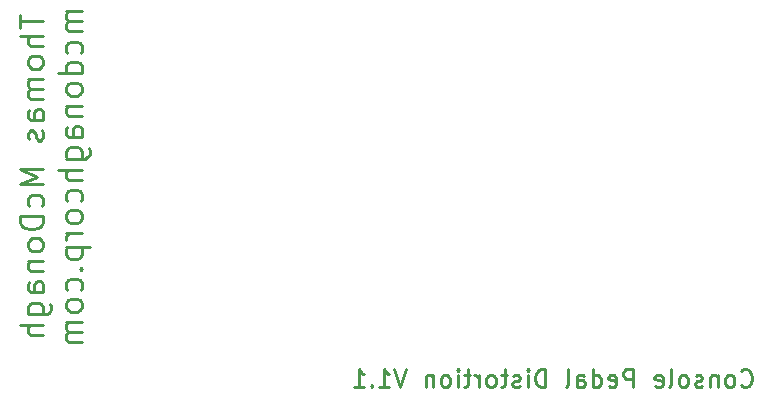
<source format=gbr>
G04 #@! TF.GenerationSoftware,KiCad,Pcbnew,(5.1.7)-1*
G04 #@! TF.CreationDate,2021-02-06T11:06:05-06:00*
G04 #@! TF.ProjectId,ConsolePedalDistortion,436f6e73-6f6c-4655-9065-64616c446973,rev?*
G04 #@! TF.SameCoordinates,Original*
G04 #@! TF.FileFunction,Legend,Bot*
G04 #@! TF.FilePolarity,Positive*
%FSLAX46Y46*%
G04 Gerber Fmt 4.6, Leading zero omitted, Abs format (unit mm)*
G04 Created by KiCad (PCBNEW (5.1.7)-1) date 2021-02-06 11:06:05*
%MOMM*%
%LPD*%
G01*
G04 APERTURE LIST*
%ADD10C,0.250000*%
G04 APERTURE END LIST*
D10*
X148008571Y-121820714D02*
X148080000Y-121892142D01*
X148294285Y-121963571D01*
X148437142Y-121963571D01*
X148651428Y-121892142D01*
X148794285Y-121749285D01*
X148865714Y-121606428D01*
X148937142Y-121320714D01*
X148937142Y-121106428D01*
X148865714Y-120820714D01*
X148794285Y-120677857D01*
X148651428Y-120535000D01*
X148437142Y-120463571D01*
X148294285Y-120463571D01*
X148080000Y-120535000D01*
X148008571Y-120606428D01*
X147151428Y-121963571D02*
X147294285Y-121892142D01*
X147365714Y-121820714D01*
X147437142Y-121677857D01*
X147437142Y-121249285D01*
X147365714Y-121106428D01*
X147294285Y-121035000D01*
X147151428Y-120963571D01*
X146937142Y-120963571D01*
X146794285Y-121035000D01*
X146722857Y-121106428D01*
X146651428Y-121249285D01*
X146651428Y-121677857D01*
X146722857Y-121820714D01*
X146794285Y-121892142D01*
X146937142Y-121963571D01*
X147151428Y-121963571D01*
X146008571Y-120963571D02*
X146008571Y-121963571D01*
X146008571Y-121106428D02*
X145937142Y-121035000D01*
X145794285Y-120963571D01*
X145580000Y-120963571D01*
X145437142Y-121035000D01*
X145365714Y-121177857D01*
X145365714Y-121963571D01*
X144722857Y-121892142D02*
X144580000Y-121963571D01*
X144294285Y-121963571D01*
X144151428Y-121892142D01*
X144080000Y-121749285D01*
X144080000Y-121677857D01*
X144151428Y-121535000D01*
X144294285Y-121463571D01*
X144508571Y-121463571D01*
X144651428Y-121392142D01*
X144722857Y-121249285D01*
X144722857Y-121177857D01*
X144651428Y-121035000D01*
X144508571Y-120963571D01*
X144294285Y-120963571D01*
X144151428Y-121035000D01*
X143222857Y-121963571D02*
X143365714Y-121892142D01*
X143437142Y-121820714D01*
X143508571Y-121677857D01*
X143508571Y-121249285D01*
X143437142Y-121106428D01*
X143365714Y-121035000D01*
X143222857Y-120963571D01*
X143008571Y-120963571D01*
X142865714Y-121035000D01*
X142794285Y-121106428D01*
X142722857Y-121249285D01*
X142722857Y-121677857D01*
X142794285Y-121820714D01*
X142865714Y-121892142D01*
X143008571Y-121963571D01*
X143222857Y-121963571D01*
X141865714Y-121963571D02*
X142008571Y-121892142D01*
X142080000Y-121749285D01*
X142080000Y-120463571D01*
X140722857Y-121892142D02*
X140865714Y-121963571D01*
X141151428Y-121963571D01*
X141294285Y-121892142D01*
X141365714Y-121749285D01*
X141365714Y-121177857D01*
X141294285Y-121035000D01*
X141151428Y-120963571D01*
X140865714Y-120963571D01*
X140722857Y-121035000D01*
X140651428Y-121177857D01*
X140651428Y-121320714D01*
X141365714Y-121463571D01*
X138865714Y-121963571D02*
X138865714Y-120463571D01*
X138294285Y-120463571D01*
X138151428Y-120535000D01*
X138080000Y-120606428D01*
X138008571Y-120749285D01*
X138008571Y-120963571D01*
X138080000Y-121106428D01*
X138151428Y-121177857D01*
X138294285Y-121249285D01*
X138865714Y-121249285D01*
X136794285Y-121892142D02*
X136937142Y-121963571D01*
X137222857Y-121963571D01*
X137365714Y-121892142D01*
X137437142Y-121749285D01*
X137437142Y-121177857D01*
X137365714Y-121035000D01*
X137222857Y-120963571D01*
X136937142Y-120963571D01*
X136794285Y-121035000D01*
X136722857Y-121177857D01*
X136722857Y-121320714D01*
X137437142Y-121463571D01*
X135437142Y-121963571D02*
X135437142Y-120463571D01*
X135437142Y-121892142D02*
X135580000Y-121963571D01*
X135865714Y-121963571D01*
X136008571Y-121892142D01*
X136080000Y-121820714D01*
X136151428Y-121677857D01*
X136151428Y-121249285D01*
X136080000Y-121106428D01*
X136008571Y-121035000D01*
X135865714Y-120963571D01*
X135580000Y-120963571D01*
X135437142Y-121035000D01*
X134080000Y-121963571D02*
X134080000Y-121177857D01*
X134151428Y-121035000D01*
X134294285Y-120963571D01*
X134580000Y-120963571D01*
X134722857Y-121035000D01*
X134080000Y-121892142D02*
X134222857Y-121963571D01*
X134580000Y-121963571D01*
X134722857Y-121892142D01*
X134794285Y-121749285D01*
X134794285Y-121606428D01*
X134722857Y-121463571D01*
X134580000Y-121392142D01*
X134222857Y-121392142D01*
X134080000Y-121320714D01*
X133151428Y-121963571D02*
X133294285Y-121892142D01*
X133365714Y-121749285D01*
X133365714Y-120463571D01*
X131437142Y-121963571D02*
X131437142Y-120463571D01*
X131079999Y-120463571D01*
X130865714Y-120535000D01*
X130722857Y-120677857D01*
X130651428Y-120820714D01*
X130579999Y-121106428D01*
X130579999Y-121320714D01*
X130651428Y-121606428D01*
X130722857Y-121749285D01*
X130865714Y-121892142D01*
X131079999Y-121963571D01*
X131437142Y-121963571D01*
X129937142Y-121963571D02*
X129937142Y-120963571D01*
X129937142Y-120463571D02*
X130008571Y-120535000D01*
X129937142Y-120606428D01*
X129865714Y-120535000D01*
X129937142Y-120463571D01*
X129937142Y-120606428D01*
X129294285Y-121892142D02*
X129151428Y-121963571D01*
X128865714Y-121963571D01*
X128722857Y-121892142D01*
X128651428Y-121749285D01*
X128651428Y-121677857D01*
X128722857Y-121535000D01*
X128865714Y-121463571D01*
X129079999Y-121463571D01*
X129222857Y-121392142D01*
X129294285Y-121249285D01*
X129294285Y-121177857D01*
X129222857Y-121035000D01*
X129079999Y-120963571D01*
X128865714Y-120963571D01*
X128722857Y-121035000D01*
X128222857Y-120963571D02*
X127651428Y-120963571D01*
X128008571Y-120463571D02*
X128008571Y-121749285D01*
X127937142Y-121892142D01*
X127794285Y-121963571D01*
X127651428Y-121963571D01*
X126937142Y-121963571D02*
X127079999Y-121892142D01*
X127151428Y-121820714D01*
X127222857Y-121677857D01*
X127222857Y-121249285D01*
X127151428Y-121106428D01*
X127079999Y-121035000D01*
X126937142Y-120963571D01*
X126722857Y-120963571D01*
X126579999Y-121035000D01*
X126508571Y-121106428D01*
X126437142Y-121249285D01*
X126437142Y-121677857D01*
X126508571Y-121820714D01*
X126579999Y-121892142D01*
X126722857Y-121963571D01*
X126937142Y-121963571D01*
X125794285Y-121963571D02*
X125794285Y-120963571D01*
X125794285Y-121249285D02*
X125722857Y-121106428D01*
X125651428Y-121035000D01*
X125508571Y-120963571D01*
X125365714Y-120963571D01*
X125079999Y-120963571D02*
X124508571Y-120963571D01*
X124865714Y-120463571D02*
X124865714Y-121749285D01*
X124794285Y-121892142D01*
X124651428Y-121963571D01*
X124508571Y-121963571D01*
X124008571Y-121963571D02*
X124008571Y-120963571D01*
X124008571Y-120463571D02*
X124080000Y-120535000D01*
X124008571Y-120606428D01*
X123937142Y-120535000D01*
X124008571Y-120463571D01*
X124008571Y-120606428D01*
X123080000Y-121963571D02*
X123222857Y-121892142D01*
X123294285Y-121820714D01*
X123365714Y-121677857D01*
X123365714Y-121249285D01*
X123294285Y-121106428D01*
X123222857Y-121035000D01*
X123080000Y-120963571D01*
X122865714Y-120963571D01*
X122722857Y-121035000D01*
X122651428Y-121106428D01*
X122580000Y-121249285D01*
X122580000Y-121677857D01*
X122651428Y-121820714D01*
X122722857Y-121892142D01*
X122865714Y-121963571D01*
X123080000Y-121963571D01*
X121937142Y-120963571D02*
X121937142Y-121963571D01*
X121937142Y-121106428D02*
X121865714Y-121035000D01*
X121722857Y-120963571D01*
X121508571Y-120963571D01*
X121365714Y-121035000D01*
X121294285Y-121177857D01*
X121294285Y-121963571D01*
X119651428Y-120463571D02*
X119151428Y-121963571D01*
X118651428Y-120463571D01*
X117365714Y-121963571D02*
X118222857Y-121963571D01*
X117794285Y-121963571D02*
X117794285Y-120463571D01*
X117937142Y-120677857D01*
X118079999Y-120820714D01*
X118222857Y-120892142D01*
X116722857Y-121820714D02*
X116651428Y-121892142D01*
X116722857Y-121963571D01*
X116794285Y-121892142D01*
X116722857Y-121820714D01*
X116722857Y-121963571D01*
X115222857Y-121963571D02*
X116080000Y-121963571D01*
X115651428Y-121963571D02*
X115651428Y-120463571D01*
X115794285Y-120677857D01*
X115937142Y-120820714D01*
X116080000Y-120892142D01*
X86941761Y-90425714D02*
X86941761Y-91568571D01*
X88941761Y-90997142D02*
X86941761Y-90997142D01*
X88941761Y-92235238D02*
X86941761Y-92235238D01*
X88941761Y-93092380D02*
X87894142Y-93092380D01*
X87703666Y-92997142D01*
X87608428Y-92806666D01*
X87608428Y-92520952D01*
X87703666Y-92330476D01*
X87798904Y-92235238D01*
X88941761Y-94330476D02*
X88846523Y-94140000D01*
X88751285Y-94044761D01*
X88560809Y-93949523D01*
X87989380Y-93949523D01*
X87798904Y-94044761D01*
X87703666Y-94140000D01*
X87608428Y-94330476D01*
X87608428Y-94616190D01*
X87703666Y-94806666D01*
X87798904Y-94901904D01*
X87989380Y-94997142D01*
X88560809Y-94997142D01*
X88751285Y-94901904D01*
X88846523Y-94806666D01*
X88941761Y-94616190D01*
X88941761Y-94330476D01*
X88941761Y-95854285D02*
X87608428Y-95854285D01*
X87798904Y-95854285D02*
X87703666Y-95949523D01*
X87608428Y-96140000D01*
X87608428Y-96425714D01*
X87703666Y-96616190D01*
X87894142Y-96711428D01*
X88941761Y-96711428D01*
X87894142Y-96711428D02*
X87703666Y-96806666D01*
X87608428Y-96997142D01*
X87608428Y-97282857D01*
X87703666Y-97473333D01*
X87894142Y-97568571D01*
X88941761Y-97568571D01*
X88941761Y-99378095D02*
X87894142Y-99378095D01*
X87703666Y-99282857D01*
X87608428Y-99092380D01*
X87608428Y-98711428D01*
X87703666Y-98520952D01*
X88846523Y-99378095D02*
X88941761Y-99187619D01*
X88941761Y-98711428D01*
X88846523Y-98520952D01*
X88656047Y-98425714D01*
X88465571Y-98425714D01*
X88275095Y-98520952D01*
X88179857Y-98711428D01*
X88179857Y-99187619D01*
X88084619Y-99378095D01*
X88846523Y-100235238D02*
X88941761Y-100425714D01*
X88941761Y-100806666D01*
X88846523Y-100997142D01*
X88656047Y-101092380D01*
X88560809Y-101092380D01*
X88370333Y-100997142D01*
X88275095Y-100806666D01*
X88275095Y-100520952D01*
X88179857Y-100330476D01*
X87989380Y-100235238D01*
X87894142Y-100235238D01*
X87703666Y-100330476D01*
X87608428Y-100520952D01*
X87608428Y-100806666D01*
X87703666Y-100997142D01*
X88941761Y-103473333D02*
X86941761Y-103473333D01*
X88370333Y-104140000D01*
X86941761Y-104806666D01*
X88941761Y-104806666D01*
X88846523Y-106616190D02*
X88941761Y-106425714D01*
X88941761Y-106044761D01*
X88846523Y-105854285D01*
X88751285Y-105759047D01*
X88560809Y-105663809D01*
X87989380Y-105663809D01*
X87798904Y-105759047D01*
X87703666Y-105854285D01*
X87608428Y-106044761D01*
X87608428Y-106425714D01*
X87703666Y-106616190D01*
X88941761Y-107473333D02*
X86941761Y-107473333D01*
X86941761Y-107949523D01*
X87037000Y-108235238D01*
X87227476Y-108425714D01*
X87417952Y-108520952D01*
X87798904Y-108616190D01*
X88084619Y-108616190D01*
X88465571Y-108520952D01*
X88656047Y-108425714D01*
X88846523Y-108235238D01*
X88941761Y-107949523D01*
X88941761Y-107473333D01*
X88941761Y-109759047D02*
X88846523Y-109568571D01*
X88751285Y-109473333D01*
X88560809Y-109378095D01*
X87989380Y-109378095D01*
X87798904Y-109473333D01*
X87703666Y-109568571D01*
X87608428Y-109759047D01*
X87608428Y-110044761D01*
X87703666Y-110235238D01*
X87798904Y-110330476D01*
X87989380Y-110425714D01*
X88560809Y-110425714D01*
X88751285Y-110330476D01*
X88846523Y-110235238D01*
X88941761Y-110044761D01*
X88941761Y-109759047D01*
X87608428Y-111282857D02*
X88941761Y-111282857D01*
X87798904Y-111282857D02*
X87703666Y-111378095D01*
X87608428Y-111568571D01*
X87608428Y-111854285D01*
X87703666Y-112044761D01*
X87894142Y-112140000D01*
X88941761Y-112140000D01*
X88941761Y-113949523D02*
X87894142Y-113949523D01*
X87703666Y-113854285D01*
X87608428Y-113663809D01*
X87608428Y-113282857D01*
X87703666Y-113092380D01*
X88846523Y-113949523D02*
X88941761Y-113759047D01*
X88941761Y-113282857D01*
X88846523Y-113092380D01*
X88656047Y-112997142D01*
X88465571Y-112997142D01*
X88275095Y-113092380D01*
X88179857Y-113282857D01*
X88179857Y-113759047D01*
X88084619Y-113949523D01*
X87608428Y-115759047D02*
X89227476Y-115759047D01*
X89417952Y-115663809D01*
X89513190Y-115568571D01*
X89608428Y-115378095D01*
X89608428Y-115092380D01*
X89513190Y-114901904D01*
X88846523Y-115759047D02*
X88941761Y-115568571D01*
X88941761Y-115187619D01*
X88846523Y-114997142D01*
X88751285Y-114901904D01*
X88560809Y-114806666D01*
X87989380Y-114806666D01*
X87798904Y-114901904D01*
X87703666Y-114997142D01*
X87608428Y-115187619D01*
X87608428Y-115568571D01*
X87703666Y-115759047D01*
X88941761Y-116711428D02*
X86941761Y-116711428D01*
X88941761Y-117568571D02*
X87894142Y-117568571D01*
X87703666Y-117473333D01*
X87608428Y-117282857D01*
X87608428Y-116997142D01*
X87703666Y-116806666D01*
X87798904Y-116711428D01*
X92191761Y-90140000D02*
X90858428Y-90140000D01*
X91048904Y-90140000D02*
X90953666Y-90235238D01*
X90858428Y-90425714D01*
X90858428Y-90711428D01*
X90953666Y-90901904D01*
X91144142Y-90997142D01*
X92191761Y-90997142D01*
X91144142Y-90997142D02*
X90953666Y-91092380D01*
X90858428Y-91282857D01*
X90858428Y-91568571D01*
X90953666Y-91759047D01*
X91144142Y-91854285D01*
X92191761Y-91854285D01*
X92096523Y-93663809D02*
X92191761Y-93473333D01*
X92191761Y-93092380D01*
X92096523Y-92901904D01*
X92001285Y-92806666D01*
X91810809Y-92711428D01*
X91239380Y-92711428D01*
X91048904Y-92806666D01*
X90953666Y-92901904D01*
X90858428Y-93092380D01*
X90858428Y-93473333D01*
X90953666Y-93663809D01*
X92191761Y-95378095D02*
X90191761Y-95378095D01*
X92096523Y-95378095D02*
X92191761Y-95187619D01*
X92191761Y-94806666D01*
X92096523Y-94616190D01*
X92001285Y-94520952D01*
X91810809Y-94425714D01*
X91239380Y-94425714D01*
X91048904Y-94520952D01*
X90953666Y-94616190D01*
X90858428Y-94806666D01*
X90858428Y-95187619D01*
X90953666Y-95378095D01*
X92191761Y-96616190D02*
X92096523Y-96425714D01*
X92001285Y-96330476D01*
X91810809Y-96235238D01*
X91239380Y-96235238D01*
X91048904Y-96330476D01*
X90953666Y-96425714D01*
X90858428Y-96616190D01*
X90858428Y-96901904D01*
X90953666Y-97092380D01*
X91048904Y-97187619D01*
X91239380Y-97282857D01*
X91810809Y-97282857D01*
X92001285Y-97187619D01*
X92096523Y-97092380D01*
X92191761Y-96901904D01*
X92191761Y-96616190D01*
X90858428Y-98140000D02*
X92191761Y-98140000D01*
X91048904Y-98140000D02*
X90953666Y-98235238D01*
X90858428Y-98425714D01*
X90858428Y-98711428D01*
X90953666Y-98901904D01*
X91144142Y-98997142D01*
X92191761Y-98997142D01*
X92191761Y-100806666D02*
X91144142Y-100806666D01*
X90953666Y-100711428D01*
X90858428Y-100520952D01*
X90858428Y-100140000D01*
X90953666Y-99949523D01*
X92096523Y-100806666D02*
X92191761Y-100616190D01*
X92191761Y-100140000D01*
X92096523Y-99949523D01*
X91906047Y-99854285D01*
X91715571Y-99854285D01*
X91525095Y-99949523D01*
X91429857Y-100140000D01*
X91429857Y-100616190D01*
X91334619Y-100806666D01*
X90858428Y-102616190D02*
X92477476Y-102616190D01*
X92667952Y-102520952D01*
X92763190Y-102425714D01*
X92858428Y-102235238D01*
X92858428Y-101949523D01*
X92763190Y-101759047D01*
X92096523Y-102616190D02*
X92191761Y-102425714D01*
X92191761Y-102044761D01*
X92096523Y-101854285D01*
X92001285Y-101759047D01*
X91810809Y-101663809D01*
X91239380Y-101663809D01*
X91048904Y-101759047D01*
X90953666Y-101854285D01*
X90858428Y-102044761D01*
X90858428Y-102425714D01*
X90953666Y-102616190D01*
X92191761Y-103568571D02*
X90191761Y-103568571D01*
X92191761Y-104425714D02*
X91144142Y-104425714D01*
X90953666Y-104330476D01*
X90858428Y-104140000D01*
X90858428Y-103854285D01*
X90953666Y-103663809D01*
X91048904Y-103568571D01*
X92096523Y-106235238D02*
X92191761Y-106044761D01*
X92191761Y-105663809D01*
X92096523Y-105473333D01*
X92001285Y-105378095D01*
X91810809Y-105282857D01*
X91239380Y-105282857D01*
X91048904Y-105378095D01*
X90953666Y-105473333D01*
X90858428Y-105663809D01*
X90858428Y-106044761D01*
X90953666Y-106235238D01*
X92191761Y-107378095D02*
X92096523Y-107187619D01*
X92001285Y-107092380D01*
X91810809Y-106997142D01*
X91239380Y-106997142D01*
X91048904Y-107092380D01*
X90953666Y-107187619D01*
X90858428Y-107378095D01*
X90858428Y-107663809D01*
X90953666Y-107854285D01*
X91048904Y-107949523D01*
X91239380Y-108044761D01*
X91810809Y-108044761D01*
X92001285Y-107949523D01*
X92096523Y-107854285D01*
X92191761Y-107663809D01*
X92191761Y-107378095D01*
X92191761Y-108901904D02*
X90858428Y-108901904D01*
X91239380Y-108901904D02*
X91048904Y-108997142D01*
X90953666Y-109092380D01*
X90858428Y-109282857D01*
X90858428Y-109473333D01*
X90858428Y-110140000D02*
X92858428Y-110140000D01*
X90953666Y-110140000D02*
X90858428Y-110330476D01*
X90858428Y-110711428D01*
X90953666Y-110901904D01*
X91048904Y-110997142D01*
X91239380Y-111092380D01*
X91810809Y-111092380D01*
X92001285Y-110997142D01*
X92096523Y-110901904D01*
X92191761Y-110711428D01*
X92191761Y-110330476D01*
X92096523Y-110140000D01*
X92001285Y-111949523D02*
X92096523Y-112044761D01*
X92191761Y-111949523D01*
X92096523Y-111854285D01*
X92001285Y-111949523D01*
X92191761Y-111949523D01*
X92096523Y-113759047D02*
X92191761Y-113568571D01*
X92191761Y-113187619D01*
X92096523Y-112997142D01*
X92001285Y-112901904D01*
X91810809Y-112806666D01*
X91239380Y-112806666D01*
X91048904Y-112901904D01*
X90953666Y-112997142D01*
X90858428Y-113187619D01*
X90858428Y-113568571D01*
X90953666Y-113759047D01*
X92191761Y-114901904D02*
X92096523Y-114711428D01*
X92001285Y-114616190D01*
X91810809Y-114520952D01*
X91239380Y-114520952D01*
X91048904Y-114616190D01*
X90953666Y-114711428D01*
X90858428Y-114901904D01*
X90858428Y-115187619D01*
X90953666Y-115378095D01*
X91048904Y-115473333D01*
X91239380Y-115568571D01*
X91810809Y-115568571D01*
X92001285Y-115473333D01*
X92096523Y-115378095D01*
X92191761Y-115187619D01*
X92191761Y-114901904D01*
X92191761Y-116425714D02*
X90858428Y-116425714D01*
X91048904Y-116425714D02*
X90953666Y-116520952D01*
X90858428Y-116711428D01*
X90858428Y-116997142D01*
X90953666Y-117187619D01*
X91144142Y-117282857D01*
X92191761Y-117282857D01*
X91144142Y-117282857D02*
X90953666Y-117378095D01*
X90858428Y-117568571D01*
X90858428Y-117854285D01*
X90953666Y-118044761D01*
X91144142Y-118140000D01*
X92191761Y-118140000D01*
M02*

</source>
